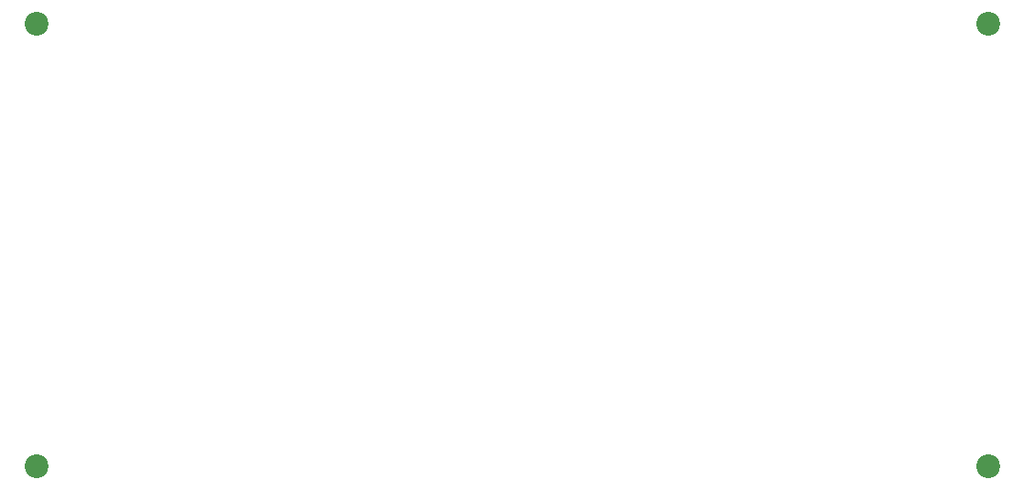
<source format=gbr>
%TF.GenerationSoftware,KiCad,Pcbnew,5.1.8*%
%TF.CreationDate,2021-02-04T11:54:29-06:00*%
%TF.ProjectId,small-paintbrush-bottom,736d616c-6c2d-4706-9169-6e7462727573,rev?*%
%TF.SameCoordinates,Original*%
%TF.FileFunction,Soldermask,Top*%
%TF.FilePolarity,Negative*%
%FSLAX46Y46*%
G04 Gerber Fmt 4.6, Leading zero omitted, Abs format (unit mm)*
G04 Created by KiCad (PCBNEW 5.1.8) date 2021-02-04 11:54:29*
%MOMM*%
%LPD*%
G01*
G04 APERTURE LIST*
%ADD10C,2.200000*%
G04 APERTURE END LIST*
D10*
%TO.C,REF\u002A\u002A*%
X70000000Y-23000000D03*
%TD*%
%TO.C,REF\u002A\u002A*%
X70000000Y-64000000D03*
%TD*%
%TO.C,REF\u002A\u002A*%
X158000000Y-64000000D03*
%TD*%
%TO.C,REF\u002A\u002A*%
X158000000Y-23000000D03*
%TD*%
M02*

</source>
